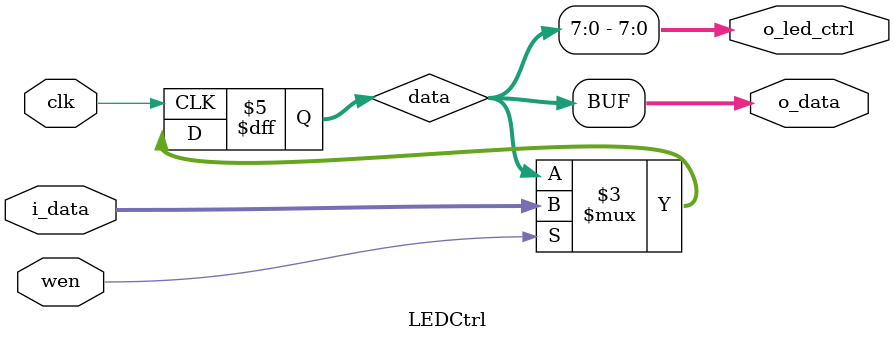
<source format=v>
`timescale 1ns / 1ps


module LEDCtrl(
    input clk,
    input wen,
    input [31:0] i_data,
    output [31:0] o_data,
    output [7:0] o_led_ctrl
    );
    reg [31:0] data;
    always @(posedge clk) begin
        data<=(wen==1'b1)?i_data:data;
    end
    assign o_data=data;
    assign o_led_ctrl=data[7:0];
    
    initial begin
        data<=24;
    end
endmodule

</source>
